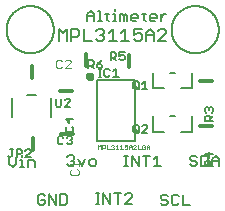
<source format=gbr>
G04 EAGLE Gerber RS-274X export*
G75*
%MOMM*%
%FSLAX34Y34*%
%LPD*%
%INSilkscreen Top*%
%IPPOS*%
%AMOC8*
5,1,8,0,0,1.08239X$1,22.5*%
G01*
%ADD10C,0.127000*%
%ADD11C,0.203200*%
%ADD12C,0.304800*%
%ADD13C,0.076200*%
%ADD14C,0.406400*%
%ADD15C,0.152400*%
%ADD16C,0.050800*%


D10*
X7611Y44533D02*
X7611Y38601D01*
X10577Y35635D01*
X13543Y38601D01*
X13543Y44533D01*
X16967Y41567D02*
X18450Y41567D01*
X18450Y35635D01*
X19932Y35635D02*
X16967Y35635D01*
X18450Y44533D02*
X18450Y46016D01*
X23203Y41567D02*
X23203Y35635D01*
X23203Y41567D02*
X27652Y41567D01*
X29135Y40084D01*
X29135Y35635D01*
X36301Y12893D02*
X37784Y11410D01*
X36301Y12893D02*
X33335Y12893D01*
X31852Y11410D01*
X31852Y5478D01*
X33335Y3995D01*
X36301Y3995D01*
X37784Y5478D01*
X37784Y8444D01*
X34818Y8444D01*
X41207Y3995D02*
X41207Y12893D01*
X47139Y3995D01*
X47139Y12893D01*
X50563Y12893D02*
X50563Y3995D01*
X55011Y3995D01*
X56494Y5478D01*
X56494Y11410D01*
X55011Y12893D01*
X50563Y12893D01*
X140301Y12583D02*
X141784Y11100D01*
X140301Y12583D02*
X137335Y12583D01*
X135852Y11100D01*
X135852Y9617D01*
X137335Y8134D01*
X140301Y8134D01*
X141784Y6651D01*
X141784Y5168D01*
X140301Y3685D01*
X137335Y3685D01*
X135852Y5168D01*
X149656Y12583D02*
X151139Y11100D01*
X149656Y12583D02*
X146690Y12583D01*
X145207Y11100D01*
X145207Y5168D01*
X146690Y3685D01*
X149656Y3685D01*
X151139Y5168D01*
X154563Y3685D02*
X154563Y12583D01*
X154563Y3685D02*
X160494Y3685D01*
X166584Y44230D02*
X165101Y45713D01*
X162135Y45713D01*
X160652Y44230D01*
X160652Y42747D01*
X162135Y41264D01*
X165101Y41264D01*
X166584Y39781D01*
X166584Y38298D01*
X165101Y36815D01*
X162135Y36815D01*
X160652Y38298D01*
X170007Y36815D02*
X170007Y45713D01*
X170007Y36815D02*
X174456Y36815D01*
X175939Y38298D01*
X175939Y44230D01*
X174456Y45713D01*
X170007Y45713D01*
X179363Y42747D02*
X179363Y36815D01*
X179363Y42747D02*
X182328Y45713D01*
X185294Y42747D01*
X185294Y36815D01*
X185294Y41264D02*
X179363Y41264D01*
X108100Y36505D02*
X105134Y36505D01*
X106617Y36505D02*
X106617Y45403D01*
X105134Y45403D02*
X108100Y45403D01*
X111371Y45403D02*
X111371Y36505D01*
X117302Y36505D02*
X111371Y45403D01*
X117302Y45403D02*
X117302Y36505D01*
X123692Y36505D02*
X123692Y45403D01*
X120726Y45403D02*
X126658Y45403D01*
X130081Y42437D02*
X133047Y45403D01*
X133047Y36505D01*
X130081Y36505D02*
X136013Y36505D01*
X83990Y4865D02*
X81024Y4865D01*
X82507Y4865D02*
X82507Y13763D01*
X81024Y13763D02*
X83990Y13763D01*
X87261Y13763D02*
X87261Y4865D01*
X93192Y4865D02*
X87261Y13763D01*
X93192Y13763D02*
X93192Y4865D01*
X99582Y4865D02*
X99582Y13763D01*
X96616Y13763D02*
X102548Y13763D01*
X105971Y4865D02*
X111903Y4865D01*
X105971Y4865D02*
X111903Y10797D01*
X111903Y12280D01*
X110420Y13763D01*
X107454Y13763D01*
X105971Y12280D01*
X49815Y142525D02*
X49815Y152694D01*
X53205Y149304D01*
X56594Y152694D01*
X56594Y142525D01*
X60340Y142525D02*
X60340Y152694D01*
X65424Y152694D01*
X67119Y150999D01*
X67119Y147609D01*
X65424Y145915D01*
X60340Y145915D01*
X70864Y142525D02*
X70864Y152694D01*
X70864Y142525D02*
X77643Y142525D01*
X81389Y150999D02*
X83084Y152694D01*
X86473Y152694D01*
X88168Y150999D01*
X88168Y149304D01*
X86473Y147609D01*
X84778Y147609D01*
X86473Y147609D02*
X88168Y145915D01*
X88168Y144220D01*
X86473Y142525D01*
X83084Y142525D01*
X81389Y144220D01*
X91913Y149304D02*
X95303Y152694D01*
X95303Y142525D01*
X91913Y142525D02*
X98693Y142525D01*
X102438Y149304D02*
X105828Y152694D01*
X105828Y142525D01*
X109217Y142525D02*
X102438Y142525D01*
X112963Y152694D02*
X119742Y152694D01*
X112963Y152694D02*
X112963Y147609D01*
X116352Y149304D01*
X118047Y149304D01*
X119742Y147609D01*
X119742Y144220D01*
X118047Y142525D01*
X114657Y142525D01*
X112963Y144220D01*
X123487Y142525D02*
X123487Y149304D01*
X126877Y152694D01*
X130266Y149304D01*
X130266Y142525D01*
X130266Y147609D02*
X123487Y147609D01*
X134012Y142525D02*
X140791Y142525D01*
X134012Y142525D02*
X140791Y149304D01*
X140791Y150999D01*
X139096Y152694D01*
X135707Y152694D01*
X134012Y150999D01*
X58335Y45803D02*
X56852Y44320D01*
X58335Y45803D02*
X61301Y45803D01*
X62784Y44320D01*
X62784Y42837D01*
X61301Y41354D01*
X59818Y41354D01*
X61301Y41354D02*
X62784Y39871D01*
X62784Y38388D01*
X61301Y36905D01*
X58335Y36905D01*
X56852Y38388D01*
X66207Y42837D02*
X69173Y36905D01*
X72139Y42837D01*
X77046Y36905D02*
X80011Y36905D01*
X81494Y38388D01*
X81494Y41354D01*
X80011Y42837D01*
X77046Y42837D01*
X75563Y41354D01*
X75563Y38388D01*
X77046Y36905D01*
X73503Y159385D02*
X73503Y165317D01*
X76469Y168283D01*
X79435Y165317D01*
X79435Y159385D01*
X79435Y163834D02*
X73503Y163834D01*
X82858Y168283D02*
X84341Y168283D01*
X84341Y159385D01*
X82858Y159385D02*
X85824Y159385D01*
X90578Y160868D02*
X90578Y166800D01*
X90578Y160868D02*
X92061Y159385D01*
X92061Y165317D02*
X89095Y165317D01*
X95332Y165317D02*
X96815Y165317D01*
X96815Y159385D01*
X95332Y159385D02*
X98298Y159385D01*
X96815Y168283D02*
X96815Y169766D01*
X101569Y165317D02*
X101569Y159385D01*
X101569Y165317D02*
X103051Y165317D01*
X104534Y163834D01*
X104534Y159385D01*
X104534Y163834D02*
X106017Y165317D01*
X107500Y163834D01*
X107500Y159385D01*
X112407Y159385D02*
X115373Y159385D01*
X112407Y159385D02*
X110924Y160868D01*
X110924Y163834D01*
X112407Y165317D01*
X115373Y165317D01*
X116855Y163834D01*
X116855Y162351D01*
X110924Y162351D01*
X121762Y160868D02*
X121762Y166800D01*
X121762Y160868D02*
X123245Y159385D01*
X123245Y165317D02*
X120279Y165317D01*
X127999Y159385D02*
X130965Y159385D01*
X127999Y159385D02*
X126516Y160868D01*
X126516Y163834D01*
X127999Y165317D01*
X130965Y165317D01*
X132447Y163834D01*
X132447Y162351D01*
X126516Y162351D01*
X135871Y159385D02*
X135871Y165317D01*
X135871Y162351D02*
X138837Y165317D01*
X140320Y165317D01*
D11*
X5400Y152400D02*
X5406Y152891D01*
X5424Y153381D01*
X5454Y153871D01*
X5496Y154360D01*
X5550Y154848D01*
X5616Y155335D01*
X5694Y155819D01*
X5784Y156302D01*
X5886Y156782D01*
X5999Y157260D01*
X6124Y157734D01*
X6261Y158206D01*
X6409Y158674D01*
X6569Y159138D01*
X6740Y159598D01*
X6922Y160054D01*
X7116Y160505D01*
X7320Y160951D01*
X7536Y161392D01*
X7762Y161828D01*
X7998Y162258D01*
X8245Y162682D01*
X8503Y163100D01*
X8771Y163511D01*
X9048Y163916D01*
X9336Y164314D01*
X9633Y164705D01*
X9940Y165088D01*
X10256Y165463D01*
X10581Y165831D01*
X10915Y166191D01*
X11258Y166542D01*
X11609Y166885D01*
X11969Y167219D01*
X12337Y167544D01*
X12712Y167860D01*
X13095Y168167D01*
X13486Y168464D01*
X13884Y168752D01*
X14289Y169029D01*
X14700Y169297D01*
X15118Y169555D01*
X15542Y169802D01*
X15972Y170038D01*
X16408Y170264D01*
X16849Y170480D01*
X17295Y170684D01*
X17746Y170878D01*
X18202Y171060D01*
X18662Y171231D01*
X19126Y171391D01*
X19594Y171539D01*
X20066Y171676D01*
X20540Y171801D01*
X21018Y171914D01*
X21498Y172016D01*
X21981Y172106D01*
X22465Y172184D01*
X22952Y172250D01*
X23440Y172304D01*
X23929Y172346D01*
X24419Y172376D01*
X24909Y172394D01*
X25400Y172400D01*
X25891Y172394D01*
X26381Y172376D01*
X26871Y172346D01*
X27360Y172304D01*
X27848Y172250D01*
X28335Y172184D01*
X28819Y172106D01*
X29302Y172016D01*
X29782Y171914D01*
X30260Y171801D01*
X30734Y171676D01*
X31206Y171539D01*
X31674Y171391D01*
X32138Y171231D01*
X32598Y171060D01*
X33054Y170878D01*
X33505Y170684D01*
X33951Y170480D01*
X34392Y170264D01*
X34828Y170038D01*
X35258Y169802D01*
X35682Y169555D01*
X36100Y169297D01*
X36511Y169029D01*
X36916Y168752D01*
X37314Y168464D01*
X37705Y168167D01*
X38088Y167860D01*
X38463Y167544D01*
X38831Y167219D01*
X39191Y166885D01*
X39542Y166542D01*
X39885Y166191D01*
X40219Y165831D01*
X40544Y165463D01*
X40860Y165088D01*
X41167Y164705D01*
X41464Y164314D01*
X41752Y163916D01*
X42029Y163511D01*
X42297Y163100D01*
X42555Y162682D01*
X42802Y162258D01*
X43038Y161828D01*
X43264Y161392D01*
X43480Y160951D01*
X43684Y160505D01*
X43878Y160054D01*
X44060Y159598D01*
X44231Y159138D01*
X44391Y158674D01*
X44539Y158206D01*
X44676Y157734D01*
X44801Y157260D01*
X44914Y156782D01*
X45016Y156302D01*
X45106Y155819D01*
X45184Y155335D01*
X45250Y154848D01*
X45304Y154360D01*
X45346Y153871D01*
X45376Y153381D01*
X45394Y152891D01*
X45400Y152400D01*
X45394Y151909D01*
X45376Y151419D01*
X45346Y150929D01*
X45304Y150440D01*
X45250Y149952D01*
X45184Y149465D01*
X45106Y148981D01*
X45016Y148498D01*
X44914Y148018D01*
X44801Y147540D01*
X44676Y147066D01*
X44539Y146594D01*
X44391Y146126D01*
X44231Y145662D01*
X44060Y145202D01*
X43878Y144746D01*
X43684Y144295D01*
X43480Y143849D01*
X43264Y143408D01*
X43038Y142972D01*
X42802Y142542D01*
X42555Y142118D01*
X42297Y141700D01*
X42029Y141289D01*
X41752Y140884D01*
X41464Y140486D01*
X41167Y140095D01*
X40860Y139712D01*
X40544Y139337D01*
X40219Y138969D01*
X39885Y138609D01*
X39542Y138258D01*
X39191Y137915D01*
X38831Y137581D01*
X38463Y137256D01*
X38088Y136940D01*
X37705Y136633D01*
X37314Y136336D01*
X36916Y136048D01*
X36511Y135771D01*
X36100Y135503D01*
X35682Y135245D01*
X35258Y134998D01*
X34828Y134762D01*
X34392Y134536D01*
X33951Y134320D01*
X33505Y134116D01*
X33054Y133922D01*
X32598Y133740D01*
X32138Y133569D01*
X31674Y133409D01*
X31206Y133261D01*
X30734Y133124D01*
X30260Y132999D01*
X29782Y132886D01*
X29302Y132784D01*
X28819Y132694D01*
X28335Y132616D01*
X27848Y132550D01*
X27360Y132496D01*
X26871Y132454D01*
X26381Y132424D01*
X25891Y132406D01*
X25400Y132400D01*
X24909Y132406D01*
X24419Y132424D01*
X23929Y132454D01*
X23440Y132496D01*
X22952Y132550D01*
X22465Y132616D01*
X21981Y132694D01*
X21498Y132784D01*
X21018Y132886D01*
X20540Y132999D01*
X20066Y133124D01*
X19594Y133261D01*
X19126Y133409D01*
X18662Y133569D01*
X18202Y133740D01*
X17746Y133922D01*
X17295Y134116D01*
X16849Y134320D01*
X16408Y134536D01*
X15972Y134762D01*
X15542Y134998D01*
X15118Y135245D01*
X14700Y135503D01*
X14289Y135771D01*
X13884Y136048D01*
X13486Y136336D01*
X13095Y136633D01*
X12712Y136940D01*
X12337Y137256D01*
X11969Y137581D01*
X11609Y137915D01*
X11258Y138258D01*
X10915Y138609D01*
X10581Y138969D01*
X10256Y139337D01*
X9940Y139712D01*
X9633Y140095D01*
X9336Y140486D01*
X9048Y140884D01*
X8771Y141289D01*
X8503Y141700D01*
X8245Y142118D01*
X7998Y142542D01*
X7762Y142972D01*
X7536Y143408D01*
X7320Y143849D01*
X7116Y144295D01*
X6922Y144746D01*
X6740Y145202D01*
X6569Y145662D01*
X6409Y146126D01*
X6261Y146594D01*
X6124Y147066D01*
X5999Y147540D01*
X5886Y148018D01*
X5784Y148498D01*
X5694Y148981D01*
X5616Y149465D01*
X5550Y149952D01*
X5496Y150440D01*
X5454Y150929D01*
X5424Y151419D01*
X5406Y151909D01*
X5400Y152400D01*
X145100Y152400D02*
X145106Y152891D01*
X145124Y153381D01*
X145154Y153871D01*
X145196Y154360D01*
X145250Y154848D01*
X145316Y155335D01*
X145394Y155819D01*
X145484Y156302D01*
X145586Y156782D01*
X145699Y157260D01*
X145824Y157734D01*
X145961Y158206D01*
X146109Y158674D01*
X146269Y159138D01*
X146440Y159598D01*
X146622Y160054D01*
X146816Y160505D01*
X147020Y160951D01*
X147236Y161392D01*
X147462Y161828D01*
X147698Y162258D01*
X147945Y162682D01*
X148203Y163100D01*
X148471Y163511D01*
X148748Y163916D01*
X149036Y164314D01*
X149333Y164705D01*
X149640Y165088D01*
X149956Y165463D01*
X150281Y165831D01*
X150615Y166191D01*
X150958Y166542D01*
X151309Y166885D01*
X151669Y167219D01*
X152037Y167544D01*
X152412Y167860D01*
X152795Y168167D01*
X153186Y168464D01*
X153584Y168752D01*
X153989Y169029D01*
X154400Y169297D01*
X154818Y169555D01*
X155242Y169802D01*
X155672Y170038D01*
X156108Y170264D01*
X156549Y170480D01*
X156995Y170684D01*
X157446Y170878D01*
X157902Y171060D01*
X158362Y171231D01*
X158826Y171391D01*
X159294Y171539D01*
X159766Y171676D01*
X160240Y171801D01*
X160718Y171914D01*
X161198Y172016D01*
X161681Y172106D01*
X162165Y172184D01*
X162652Y172250D01*
X163140Y172304D01*
X163629Y172346D01*
X164119Y172376D01*
X164609Y172394D01*
X165100Y172400D01*
X165591Y172394D01*
X166081Y172376D01*
X166571Y172346D01*
X167060Y172304D01*
X167548Y172250D01*
X168035Y172184D01*
X168519Y172106D01*
X169002Y172016D01*
X169482Y171914D01*
X169960Y171801D01*
X170434Y171676D01*
X170906Y171539D01*
X171374Y171391D01*
X171838Y171231D01*
X172298Y171060D01*
X172754Y170878D01*
X173205Y170684D01*
X173651Y170480D01*
X174092Y170264D01*
X174528Y170038D01*
X174958Y169802D01*
X175382Y169555D01*
X175800Y169297D01*
X176211Y169029D01*
X176616Y168752D01*
X177014Y168464D01*
X177405Y168167D01*
X177788Y167860D01*
X178163Y167544D01*
X178531Y167219D01*
X178891Y166885D01*
X179242Y166542D01*
X179585Y166191D01*
X179919Y165831D01*
X180244Y165463D01*
X180560Y165088D01*
X180867Y164705D01*
X181164Y164314D01*
X181452Y163916D01*
X181729Y163511D01*
X181997Y163100D01*
X182255Y162682D01*
X182502Y162258D01*
X182738Y161828D01*
X182964Y161392D01*
X183180Y160951D01*
X183384Y160505D01*
X183578Y160054D01*
X183760Y159598D01*
X183931Y159138D01*
X184091Y158674D01*
X184239Y158206D01*
X184376Y157734D01*
X184501Y157260D01*
X184614Y156782D01*
X184716Y156302D01*
X184806Y155819D01*
X184884Y155335D01*
X184950Y154848D01*
X185004Y154360D01*
X185046Y153871D01*
X185076Y153381D01*
X185094Y152891D01*
X185100Y152400D01*
X185094Y151909D01*
X185076Y151419D01*
X185046Y150929D01*
X185004Y150440D01*
X184950Y149952D01*
X184884Y149465D01*
X184806Y148981D01*
X184716Y148498D01*
X184614Y148018D01*
X184501Y147540D01*
X184376Y147066D01*
X184239Y146594D01*
X184091Y146126D01*
X183931Y145662D01*
X183760Y145202D01*
X183578Y144746D01*
X183384Y144295D01*
X183180Y143849D01*
X182964Y143408D01*
X182738Y142972D01*
X182502Y142542D01*
X182255Y142118D01*
X181997Y141700D01*
X181729Y141289D01*
X181452Y140884D01*
X181164Y140486D01*
X180867Y140095D01*
X180560Y139712D01*
X180244Y139337D01*
X179919Y138969D01*
X179585Y138609D01*
X179242Y138258D01*
X178891Y137915D01*
X178531Y137581D01*
X178163Y137256D01*
X177788Y136940D01*
X177405Y136633D01*
X177014Y136336D01*
X176616Y136048D01*
X176211Y135771D01*
X175800Y135503D01*
X175382Y135245D01*
X174958Y134998D01*
X174528Y134762D01*
X174092Y134536D01*
X173651Y134320D01*
X173205Y134116D01*
X172754Y133922D01*
X172298Y133740D01*
X171838Y133569D01*
X171374Y133409D01*
X170906Y133261D01*
X170434Y133124D01*
X169960Y132999D01*
X169482Y132886D01*
X169002Y132784D01*
X168519Y132694D01*
X168035Y132616D01*
X167548Y132550D01*
X167060Y132496D01*
X166571Y132454D01*
X166081Y132424D01*
X165591Y132406D01*
X165100Y132400D01*
X164609Y132406D01*
X164119Y132424D01*
X163629Y132454D01*
X163140Y132496D01*
X162652Y132550D01*
X162165Y132616D01*
X161681Y132694D01*
X161198Y132784D01*
X160718Y132886D01*
X160240Y132999D01*
X159766Y133124D01*
X159294Y133261D01*
X158826Y133409D01*
X158362Y133569D01*
X157902Y133740D01*
X157446Y133922D01*
X156995Y134116D01*
X156549Y134320D01*
X156108Y134536D01*
X155672Y134762D01*
X155242Y134998D01*
X154818Y135245D01*
X154400Y135503D01*
X153989Y135771D01*
X153584Y136048D01*
X153186Y136336D01*
X152795Y136633D01*
X152412Y136940D01*
X152037Y137256D01*
X151669Y137581D01*
X151309Y137915D01*
X150958Y138258D01*
X150615Y138609D01*
X150281Y138969D01*
X149956Y139337D01*
X149640Y139712D01*
X149333Y140095D01*
X149036Y140486D01*
X148748Y140884D01*
X148471Y141289D01*
X148203Y141700D01*
X147945Y142118D01*
X147698Y142542D01*
X147462Y142972D01*
X147236Y143408D01*
X147020Y143849D01*
X146816Y144295D01*
X146622Y144746D01*
X146440Y145202D01*
X146269Y145662D01*
X146109Y146126D01*
X145961Y146594D01*
X145824Y147066D01*
X145699Y147540D01*
X145586Y148018D01*
X145484Y148498D01*
X145394Y148981D01*
X145316Y149465D01*
X145250Y149952D01*
X145196Y150440D01*
X145154Y150929D01*
X145124Y151419D01*
X145106Y151909D01*
X145100Y152400D01*
D12*
X61310Y63960D02*
X51150Y63960D01*
D13*
X60373Y33968D02*
X59145Y32739D01*
X59145Y30281D01*
X60373Y29053D01*
X65288Y29053D01*
X66517Y30281D01*
X66517Y32739D01*
X65288Y33968D01*
X61602Y36537D02*
X59145Y38994D01*
X66517Y38994D01*
X66517Y36537D02*
X66517Y41452D01*
D12*
X26670Y111680D02*
X26670Y121840D01*
D13*
X51057Y127053D02*
X52286Y125825D01*
X51057Y127053D02*
X48600Y127053D01*
X47371Y125825D01*
X47371Y120910D01*
X48600Y119681D01*
X51057Y119681D01*
X52286Y120910D01*
X54855Y119681D02*
X59770Y119681D01*
X54855Y119681D02*
X59770Y124596D01*
X59770Y125825D01*
X58541Y127053D01*
X56084Y127053D01*
X54855Y125825D01*
D11*
X81790Y109820D02*
X81790Y57820D01*
X81790Y109820D02*
X113790Y109820D01*
X113790Y57820D01*
X81790Y57820D01*
D14*
X74376Y112820D02*
X74378Y112895D01*
X74384Y112969D01*
X74394Y113043D01*
X74407Y113116D01*
X74425Y113189D01*
X74446Y113260D01*
X74471Y113331D01*
X74500Y113400D01*
X74533Y113467D01*
X74569Y113532D01*
X74608Y113596D01*
X74650Y113657D01*
X74696Y113716D01*
X74745Y113773D01*
X74797Y113826D01*
X74851Y113877D01*
X74908Y113926D01*
X74968Y113970D01*
X75030Y114012D01*
X75094Y114051D01*
X75160Y114086D01*
X75227Y114117D01*
X75297Y114145D01*
X75367Y114169D01*
X75439Y114190D01*
X75512Y114206D01*
X75585Y114219D01*
X75660Y114228D01*
X75734Y114233D01*
X75809Y114234D01*
X75883Y114231D01*
X75958Y114224D01*
X76031Y114213D01*
X76105Y114199D01*
X76177Y114180D01*
X76248Y114158D01*
X76318Y114132D01*
X76387Y114102D01*
X76453Y114069D01*
X76518Y114032D01*
X76581Y113992D01*
X76642Y113948D01*
X76700Y113902D01*
X76756Y113852D01*
X76809Y113800D01*
X76860Y113745D01*
X76907Y113687D01*
X76951Y113627D01*
X76992Y113564D01*
X77030Y113500D01*
X77064Y113434D01*
X77095Y113365D01*
X77122Y113296D01*
X77145Y113225D01*
X77164Y113153D01*
X77180Y113080D01*
X77192Y113006D01*
X77200Y112932D01*
X77204Y112857D01*
X77204Y112783D01*
X77200Y112708D01*
X77192Y112634D01*
X77180Y112560D01*
X77164Y112487D01*
X77145Y112415D01*
X77122Y112344D01*
X77095Y112275D01*
X77064Y112206D01*
X77030Y112140D01*
X76992Y112076D01*
X76951Y112013D01*
X76907Y111953D01*
X76860Y111895D01*
X76809Y111840D01*
X76756Y111788D01*
X76700Y111738D01*
X76642Y111692D01*
X76581Y111648D01*
X76518Y111608D01*
X76453Y111571D01*
X76387Y111538D01*
X76318Y111508D01*
X76248Y111482D01*
X76177Y111460D01*
X76105Y111441D01*
X76031Y111427D01*
X75958Y111416D01*
X75883Y111409D01*
X75809Y111406D01*
X75734Y111407D01*
X75660Y111412D01*
X75585Y111421D01*
X75512Y111434D01*
X75439Y111450D01*
X75367Y111471D01*
X75297Y111495D01*
X75227Y111523D01*
X75160Y111554D01*
X75094Y111589D01*
X75030Y111628D01*
X74968Y111670D01*
X74908Y111714D01*
X74851Y111763D01*
X74797Y111814D01*
X74745Y111867D01*
X74696Y111924D01*
X74650Y111983D01*
X74608Y112044D01*
X74569Y112108D01*
X74533Y112173D01*
X74500Y112240D01*
X74471Y112309D01*
X74446Y112380D01*
X74425Y112451D01*
X74407Y112524D01*
X74394Y112597D01*
X74384Y112671D01*
X74378Y112745D01*
X74376Y112820D01*
D15*
X83312Y112522D02*
X85515Y112522D01*
X84414Y112522D02*
X84414Y119132D01*
X85515Y119132D02*
X83312Y119132D01*
X91606Y119132D02*
X92708Y118030D01*
X91606Y119132D02*
X89403Y119132D01*
X88301Y118030D01*
X88301Y113624D01*
X89403Y112522D01*
X91606Y112522D01*
X92708Y113624D01*
X95786Y116928D02*
X97989Y119132D01*
X97989Y112522D01*
X95786Y112522D02*
X100192Y112522D01*
D16*
X82804Y54613D02*
X82804Y51054D01*
X83990Y53427D02*
X82804Y54613D01*
X83990Y53427D02*
X85177Y54613D01*
X85177Y51054D01*
X86546Y51054D02*
X86546Y54613D01*
X88326Y54613D01*
X88919Y54020D01*
X88919Y52834D01*
X88326Y52240D01*
X86546Y52240D01*
X90288Y51054D02*
X90288Y54613D01*
X90288Y51054D02*
X92661Y51054D01*
X94030Y54020D02*
X94623Y54613D01*
X95810Y54613D01*
X96403Y54020D01*
X96403Y53427D01*
X95810Y52834D01*
X95217Y52834D01*
X95810Y52834D02*
X96403Y52240D01*
X96403Y51647D01*
X95810Y51054D01*
X94623Y51054D01*
X94030Y51647D01*
X97772Y53427D02*
X98959Y54613D01*
X98959Y51054D01*
X100145Y51054D02*
X97772Y51054D01*
X101514Y53427D02*
X102701Y54613D01*
X102701Y51054D01*
X103887Y51054D02*
X101514Y51054D01*
X105256Y54613D02*
X107629Y54613D01*
X105256Y54613D02*
X105256Y52834D01*
X106443Y53427D01*
X107036Y53427D01*
X107629Y52834D01*
X107629Y51647D01*
X107036Y51054D01*
X105850Y51054D01*
X105256Y51647D01*
X108998Y51054D02*
X108998Y53427D01*
X110185Y54613D01*
X111371Y53427D01*
X111371Y51054D01*
X111371Y52834D02*
X108998Y52834D01*
X112741Y51054D02*
X115113Y51054D01*
X112741Y51054D02*
X115113Y53427D01*
X115113Y54020D01*
X114520Y54613D01*
X113334Y54613D01*
X112741Y54020D01*
X116483Y54613D02*
X116483Y51054D01*
X118855Y51054D01*
X122004Y54613D02*
X122597Y54020D01*
X122004Y54613D02*
X120818Y54613D01*
X120225Y54020D01*
X120225Y51647D01*
X120818Y51054D01*
X122004Y51054D01*
X122597Y51647D01*
X122597Y52834D01*
X121411Y52834D01*
X123967Y53427D02*
X123967Y51054D01*
X123967Y53427D02*
X125153Y54613D01*
X126339Y53427D01*
X126339Y51054D01*
X126339Y52834D02*
X123967Y52834D01*
D12*
X27940Y50800D02*
X27940Y60960D01*
D15*
X52327Y61982D02*
X53428Y60880D01*
X52327Y61982D02*
X50124Y61982D01*
X49022Y60880D01*
X49022Y56474D01*
X50124Y55372D01*
X52327Y55372D01*
X53428Y56474D01*
X56506Y60880D02*
X57608Y61982D01*
X59811Y61982D01*
X60913Y60880D01*
X60913Y59778D01*
X59811Y58677D01*
X58709Y58677D01*
X59811Y58677D02*
X60913Y57575D01*
X60913Y56474D01*
X59811Y55372D01*
X57608Y55372D01*
X56506Y56474D01*
D11*
X10170Y78360D02*
X10170Y94360D01*
X43170Y94360D02*
X43170Y78360D01*
X30670Y96860D02*
X22670Y96860D01*
D15*
X47212Y93732D02*
X47212Y88224D01*
X48314Y87122D01*
X50517Y87122D01*
X51618Y88224D01*
X51618Y93732D01*
X54696Y87122D02*
X59103Y87122D01*
X59103Y91528D02*
X54696Y87122D01*
X59103Y91528D02*
X59103Y92630D01*
X58001Y93732D01*
X55798Y93732D01*
X54696Y92630D01*
D12*
X168910Y109220D02*
X179070Y109220D01*
D15*
X180086Y74694D02*
X173476Y74694D01*
X173476Y77999D01*
X174578Y79100D01*
X176781Y79100D01*
X177883Y77999D01*
X177883Y74694D01*
X177883Y76897D02*
X180086Y79100D01*
X174578Y82178D02*
X173476Y83279D01*
X173476Y85483D01*
X174578Y86584D01*
X175680Y86584D01*
X176781Y85483D01*
X176781Y84381D01*
X176781Y85483D02*
X177883Y86584D01*
X178984Y86584D01*
X180086Y85483D01*
X180086Y83279D01*
X178984Y82178D01*
D12*
X179070Y71120D02*
X168910Y71120D01*
D15*
X173476Y36594D02*
X180086Y36594D01*
X173476Y36594D02*
X173476Y39899D01*
X174578Y41000D01*
X176781Y41000D01*
X177883Y39899D01*
X177883Y36594D01*
X177883Y38797D02*
X180086Y41000D01*
X180086Y47383D02*
X173476Y47383D01*
X176781Y44078D01*
X176781Y48484D01*
D12*
X72390Y121920D02*
X72390Y132080D01*
D15*
X93472Y133102D02*
X93472Y126492D01*
X93472Y133102D02*
X96777Y133102D01*
X97878Y132000D01*
X97878Y129797D01*
X96777Y128695D01*
X93472Y128695D01*
X95675Y128695D02*
X97878Y126492D01*
X100956Y133102D02*
X105363Y133102D01*
X100956Y133102D02*
X100956Y129797D01*
X103159Y130898D01*
X104261Y130898D01*
X105363Y129797D01*
X105363Y127594D01*
X104261Y126492D01*
X102058Y126492D01*
X100956Y127594D01*
D12*
X109220Y130810D02*
X109220Y120650D01*
D15*
X74694Y119634D02*
X74694Y126244D01*
X77999Y126244D01*
X79100Y125142D01*
X79100Y122939D01*
X77999Y121837D01*
X74694Y121837D01*
X76897Y121837D02*
X79100Y119634D01*
X84381Y125142D02*
X86584Y126244D01*
X84381Y125142D02*
X82178Y122939D01*
X82178Y120736D01*
X83279Y119634D01*
X85483Y119634D01*
X86584Y120736D01*
X86584Y121837D01*
X85483Y122939D01*
X82178Y122939D01*
D11*
X162774Y115744D02*
X162774Y102616D01*
X153186Y102616D01*
X129326Y102616D02*
X129326Y115744D01*
X129326Y102616D02*
X138914Y102616D01*
X143826Y115824D02*
X148414Y115824D01*
D15*
X112794Y107362D02*
X112794Y102956D01*
X112794Y107362D02*
X113895Y108464D01*
X116099Y108464D01*
X117200Y107362D01*
X117200Y102956D01*
X116099Y101854D01*
X113895Y101854D01*
X112794Y102956D01*
X114997Y104057D02*
X117200Y101854D01*
X120278Y106260D02*
X122481Y108464D01*
X122481Y101854D01*
X120278Y101854D02*
X124684Y101854D01*
D11*
X162774Y78914D02*
X162774Y65786D01*
X153186Y65786D01*
X129326Y65786D02*
X129326Y78914D01*
X129326Y65786D02*
X138914Y65786D01*
X143826Y78994D02*
X148414Y78994D01*
D15*
X112794Y70532D02*
X112794Y66126D01*
X112794Y70532D02*
X113895Y71634D01*
X116099Y71634D01*
X117200Y70532D01*
X117200Y66126D01*
X116099Y65024D01*
X113895Y65024D01*
X112794Y66126D01*
X114997Y67227D02*
X117200Y65024D01*
X120278Y65024D02*
X124684Y65024D01*
X120278Y65024D02*
X124684Y69430D01*
X124684Y70532D01*
X123583Y71634D01*
X121379Y71634D01*
X120278Y70532D01*
D12*
X60960Y100330D02*
X50800Y100330D01*
D15*
X56468Y70210D02*
X55366Y69109D01*
X55366Y66905D01*
X56468Y65804D01*
X60874Y65804D01*
X61976Y66905D01*
X61976Y69109D01*
X60874Y70210D01*
X61976Y76593D02*
X55366Y76593D01*
X58671Y73288D01*
X58671Y77694D01*
X7452Y44450D02*
X6350Y45552D01*
X7452Y44450D02*
X8553Y44450D01*
X9655Y45552D01*
X9655Y51060D01*
X10756Y51060D02*
X8553Y51060D01*
X13834Y51060D02*
X13834Y44450D01*
X13834Y51060D02*
X17139Y51060D01*
X18241Y49958D01*
X18241Y47755D01*
X17139Y46653D01*
X13834Y46653D01*
X21318Y44450D02*
X25725Y44450D01*
X25725Y48856D02*
X21318Y44450D01*
X25725Y48856D02*
X25725Y49958D01*
X24623Y51060D01*
X22420Y51060D01*
X21318Y49958D01*
M02*

</source>
